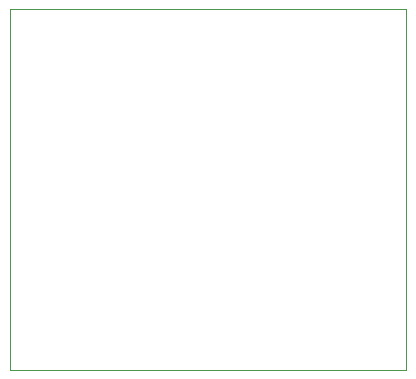
<source format=gbr>
%TF.GenerationSoftware,KiCad,Pcbnew,8.0.6*%
%TF.CreationDate,2024-11-05T23:49:33+05:30*%
%TF.ProjectId,power_suppy,706f7765-725f-4737-9570-70792e6b6963,rev?*%
%TF.SameCoordinates,Original*%
%TF.FileFunction,Profile,NP*%
%FSLAX46Y46*%
G04 Gerber Fmt 4.6, Leading zero omitted, Abs format (unit mm)*
G04 Created by KiCad (PCBNEW 8.0.6) date 2024-11-05 23:49:33*
%MOMM*%
%LPD*%
G01*
G04 APERTURE LIST*
%TA.AperFunction,Profile*%
%ADD10C,0.050000*%
%TD*%
G04 APERTURE END LIST*
D10*
X48690000Y-33500000D02*
X82190000Y-33500000D01*
X82190000Y-64000000D01*
X48690000Y-64000000D01*
X48690000Y-33500000D01*
M02*

</source>
